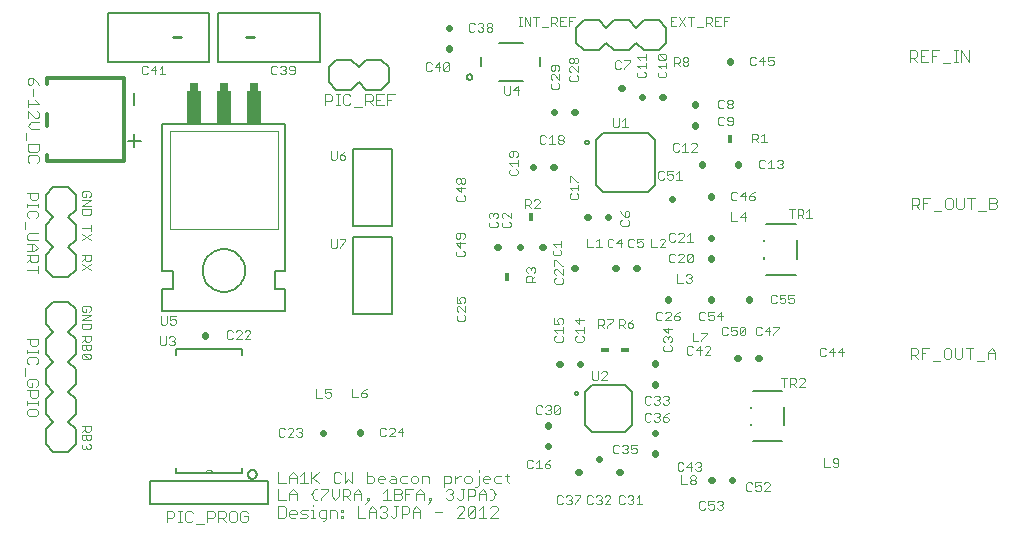
<source format=gto>
G75*
G70*
%OFA0B0*%
%FSLAX24Y24*%
%IPPOS*%
%LPD*%
%AMOC8*
5,1,8,0,0,1.08239X$1,22.5*
%
%ADD10C,0.0030*%
%ADD11C,0.0050*%
%ADD12R,0.0180X0.0300*%
%ADD13C,0.0220*%
%ADD14C,0.0080*%
%ADD15C,0.0060*%
%ADD16C,0.0000*%
%ADD17C,0.0020*%
%ADD18R,0.0300X0.0250*%
%ADD19R,0.0500X0.1100*%
%ADD20C,0.0120*%
%ADD21C,0.0100*%
%ADD22C,0.0040*%
%ADD23R,0.0300X0.0180*%
D10*
X004459Y003276D02*
X004459Y003372D01*
X004508Y003421D01*
X004508Y003522D02*
X004459Y003570D01*
X004459Y003715D01*
X004750Y003715D01*
X004750Y003570D01*
X004701Y003522D01*
X004653Y003522D01*
X004604Y003570D01*
X004604Y003715D01*
X004604Y003817D02*
X004556Y003865D01*
X004556Y004010D01*
X004459Y004010D02*
X004750Y004010D01*
X004750Y003865D01*
X004701Y003817D01*
X004604Y003817D01*
X004556Y003913D02*
X004459Y003817D01*
X004604Y003570D02*
X004556Y003522D01*
X004508Y003522D01*
X004701Y003421D02*
X004750Y003372D01*
X004750Y003276D01*
X004701Y003227D01*
X004653Y003227D01*
X004604Y003276D01*
X004556Y003227D01*
X004508Y003227D01*
X004459Y003276D01*
X004604Y003276D02*
X004604Y003324D01*
X007291Y001179D02*
X007477Y001179D01*
X007538Y001117D01*
X007538Y000994D01*
X007477Y000932D01*
X007291Y000932D01*
X007291Y000809D02*
X007291Y001179D01*
X007660Y001179D02*
X007783Y001179D01*
X007721Y001179D02*
X007721Y000809D01*
X007660Y000809D02*
X007783Y000809D01*
X007905Y000870D02*
X007967Y000809D01*
X008090Y000809D01*
X008152Y000870D01*
X008274Y000747D02*
X008521Y000747D01*
X008642Y000809D02*
X008642Y001179D01*
X008827Y001179D01*
X008889Y001117D01*
X008889Y000994D01*
X008827Y000932D01*
X008642Y000932D01*
X009010Y000932D02*
X009195Y000932D01*
X009257Y000994D01*
X009257Y001117D01*
X009195Y001179D01*
X009010Y001179D01*
X009010Y000809D01*
X009134Y000932D02*
X009257Y000809D01*
X009379Y000870D02*
X009440Y000809D01*
X009564Y000809D01*
X009625Y000870D01*
X009625Y001117D01*
X009564Y001179D01*
X009440Y001179D01*
X009379Y001117D01*
X009379Y000870D01*
X009747Y000870D02*
X009747Y001117D01*
X009809Y001179D01*
X009932Y001179D01*
X009994Y001117D01*
X009994Y000994D02*
X009870Y000994D01*
X009994Y000994D02*
X009994Y000870D01*
X009932Y000809D01*
X009809Y000809D01*
X009747Y000870D01*
X011009Y000953D02*
X011194Y000953D01*
X011256Y001014D01*
X011256Y001261D01*
X011194Y001323D01*
X011009Y001323D01*
X011009Y000953D01*
X011378Y001014D02*
X011378Y001138D01*
X011439Y001199D01*
X011563Y001199D01*
X011624Y001138D01*
X011624Y001076D01*
X011378Y001076D01*
X011378Y001014D02*
X011439Y000953D01*
X011563Y000953D01*
X011746Y000953D02*
X011931Y000953D01*
X011993Y001014D01*
X011931Y001076D01*
X011808Y001076D01*
X011746Y001138D01*
X011808Y001199D01*
X011993Y001199D01*
X012114Y001199D02*
X012176Y001199D01*
X012176Y000953D01*
X012114Y000953D02*
X012238Y000953D01*
X012360Y001014D02*
X012360Y001138D01*
X012421Y001199D01*
X012607Y001199D01*
X012607Y000891D01*
X012545Y000829D01*
X012483Y000829D01*
X012421Y000953D02*
X012607Y000953D01*
X012728Y000953D02*
X012728Y001199D01*
X012913Y001199D01*
X012975Y001138D01*
X012975Y000953D01*
X013096Y000953D02*
X013096Y001014D01*
X013158Y001014D01*
X013158Y000953D01*
X013096Y000953D01*
X013096Y001138D02*
X013096Y001199D01*
X013158Y001199D01*
X013158Y001138D01*
X013096Y001138D01*
X013649Y001323D02*
X013649Y000953D01*
X013896Y000953D01*
X014017Y000953D02*
X014017Y001199D01*
X014141Y001323D01*
X014264Y001199D01*
X014264Y000953D01*
X014385Y001014D02*
X014447Y000953D01*
X014571Y000953D01*
X014632Y001014D01*
X014632Y001076D01*
X014571Y001138D01*
X014509Y001138D01*
X014571Y001138D02*
X014632Y001199D01*
X014632Y001261D01*
X014571Y001323D01*
X014447Y001323D01*
X014385Y001261D01*
X014264Y001138D02*
X014017Y001138D01*
X013894Y001417D02*
X014018Y001540D01*
X013956Y001540D01*
X013956Y001602D01*
X014018Y001602D01*
X014018Y001540D01*
X013773Y001540D02*
X013773Y001787D01*
X013650Y001910D01*
X013526Y001787D01*
X013526Y001540D01*
X013405Y001540D02*
X013281Y001663D01*
X013343Y001663D02*
X013158Y001663D01*
X013036Y001663D02*
X013036Y001910D01*
X013158Y001910D02*
X013343Y001910D01*
X013405Y001849D01*
X013405Y001725D01*
X013343Y001663D01*
X013526Y001725D02*
X013773Y001725D01*
X013956Y002103D02*
X014141Y002103D01*
X014203Y002164D01*
X014203Y002288D01*
X014141Y002349D01*
X013956Y002349D01*
X013956Y002473D02*
X013956Y002103D01*
X014324Y002164D02*
X014324Y002288D01*
X014386Y002349D01*
X014509Y002349D01*
X014571Y002288D01*
X014571Y002226D01*
X014324Y002226D01*
X014324Y002164D02*
X014386Y002103D01*
X014509Y002103D01*
X014692Y002164D02*
X014754Y002226D01*
X014939Y002226D01*
X014939Y002288D02*
X014939Y002103D01*
X014754Y002103D01*
X014692Y002164D01*
X014754Y002349D02*
X014878Y002349D01*
X014939Y002288D01*
X015061Y002288D02*
X015061Y002164D01*
X015122Y002103D01*
X015308Y002103D01*
X015429Y002164D02*
X015491Y002103D01*
X015614Y002103D01*
X015676Y002164D01*
X015676Y002288D01*
X015614Y002349D01*
X015491Y002349D01*
X015429Y002288D01*
X015429Y002164D01*
X015308Y002349D02*
X015122Y002349D01*
X015061Y002288D01*
X015062Y001910D02*
X015123Y001849D01*
X015123Y001787D01*
X015062Y001725D01*
X014877Y001725D01*
X015062Y001725D02*
X015123Y001663D01*
X015123Y001602D01*
X015062Y001540D01*
X014877Y001540D01*
X014877Y001910D01*
X015062Y001910D01*
X015245Y001910D02*
X015492Y001910D01*
X015613Y001787D02*
X015737Y001910D01*
X015860Y001787D01*
X015860Y001540D01*
X015982Y001417D02*
X016105Y001540D01*
X016043Y001540D01*
X016043Y001602D01*
X016105Y001602D01*
X016105Y001540D01*
X015860Y001725D02*
X015613Y001725D01*
X015613Y001787D02*
X015613Y001540D01*
X015614Y001323D02*
X015737Y001199D01*
X015737Y000953D01*
X015737Y001138D02*
X015490Y001138D01*
X015490Y001199D02*
X015614Y001323D01*
X015490Y001199D02*
X015490Y000953D01*
X015307Y001076D02*
X015122Y001076D01*
X015122Y000953D02*
X015122Y001323D01*
X015307Y001323D01*
X015369Y001261D01*
X015369Y001138D01*
X015307Y001076D01*
X014939Y001014D02*
X014939Y001323D01*
X014877Y001323D02*
X015001Y001323D01*
X015245Y001540D02*
X015245Y001910D01*
X015245Y001725D02*
X015368Y001725D01*
X015797Y002103D02*
X015797Y002349D01*
X015983Y002349D01*
X016044Y002288D01*
X016044Y002103D01*
X016534Y002103D02*
X016719Y002103D01*
X016781Y002164D01*
X016781Y002288D01*
X016719Y002349D01*
X016534Y002349D01*
X016534Y001979D01*
X016657Y001910D02*
X016595Y001849D01*
X016657Y001910D02*
X016781Y001910D01*
X016842Y001849D01*
X016842Y001787D01*
X016781Y001725D01*
X016842Y001663D01*
X016842Y001602D01*
X016781Y001540D01*
X016657Y001540D01*
X016595Y001602D01*
X016719Y001725D02*
X016781Y001725D01*
X016964Y001602D02*
X017025Y001540D01*
X017087Y001540D01*
X017149Y001602D01*
X017149Y001910D01*
X017087Y001910D02*
X017211Y001910D01*
X017332Y001910D02*
X017517Y001910D01*
X017579Y001849D01*
X017579Y001725D01*
X017517Y001663D01*
X017332Y001663D01*
X017332Y001540D02*
X017332Y001910D01*
X017271Y002103D02*
X017209Y002164D01*
X017209Y002288D01*
X017271Y002349D01*
X017394Y002349D01*
X017456Y002288D01*
X017456Y002164D01*
X017394Y002103D01*
X017271Y002103D01*
X017087Y002349D02*
X017026Y002349D01*
X016902Y002226D01*
X016902Y002103D02*
X016902Y002349D01*
X017578Y001979D02*
X017639Y001979D01*
X017701Y002041D01*
X017701Y002349D01*
X017701Y002473D02*
X017701Y002535D01*
X017885Y002349D02*
X018008Y002349D01*
X018070Y002288D01*
X018070Y002226D01*
X017823Y002226D01*
X017823Y002164D02*
X017823Y002288D01*
X017885Y002349D01*
X017823Y002164D02*
X017885Y002103D01*
X018008Y002103D01*
X018191Y002164D02*
X018253Y002103D01*
X018438Y002103D01*
X018621Y002164D02*
X018683Y002103D01*
X018621Y002164D02*
X018621Y002411D01*
X018560Y002349D02*
X018683Y002349D01*
X018438Y002349D02*
X018253Y002349D01*
X018191Y002288D01*
X018191Y002164D01*
X018130Y001910D02*
X018192Y001849D01*
X018192Y001787D01*
X018254Y001725D01*
X018192Y001663D01*
X018192Y001602D01*
X018130Y001540D01*
X018069Y001540D01*
X017947Y001540D02*
X017947Y001787D01*
X017824Y001910D01*
X017700Y001787D01*
X017700Y001540D01*
X017700Y001725D02*
X017947Y001725D01*
X018069Y001910D02*
X018130Y001910D01*
X018130Y001323D02*
X018069Y001261D01*
X018130Y001323D02*
X018254Y001323D01*
X018316Y001261D01*
X018316Y001199D01*
X018069Y000953D01*
X018316Y000953D01*
X017947Y000953D02*
X017700Y000953D01*
X017824Y000953D02*
X017824Y001323D01*
X017700Y001199D01*
X017579Y001261D02*
X017332Y001014D01*
X017394Y000953D01*
X017517Y000953D01*
X017579Y001014D01*
X017579Y001261D01*
X017517Y001323D01*
X017394Y001323D01*
X017332Y001261D01*
X017332Y001014D01*
X017211Y000953D02*
X016964Y000953D01*
X017211Y001199D01*
X017211Y001261D01*
X017149Y001323D01*
X017025Y001323D01*
X016964Y001261D01*
X016474Y001138D02*
X016227Y001138D01*
X014939Y001014D02*
X014877Y000953D01*
X014816Y000953D01*
X014754Y001014D01*
X014755Y001540D02*
X014508Y001540D01*
X014632Y001540D02*
X014632Y001910D01*
X014508Y001787D01*
X013466Y002103D02*
X013466Y002473D01*
X013219Y002473D02*
X013219Y002103D01*
X013343Y002226D01*
X013466Y002103D01*
X013158Y001910D02*
X013158Y001540D01*
X013036Y001663D02*
X012913Y001540D01*
X012789Y001663D01*
X012789Y001910D01*
X012668Y001910D02*
X012668Y001849D01*
X012421Y001602D01*
X012421Y001540D01*
X012299Y001540D02*
X012238Y001540D01*
X012176Y001602D01*
X012176Y001663D01*
X012114Y001725D01*
X012176Y001787D01*
X012176Y001849D01*
X012238Y001910D01*
X012299Y001910D01*
X012421Y001910D02*
X012668Y001910D01*
X012913Y002103D02*
X013036Y002103D01*
X013098Y002164D01*
X012913Y002103D02*
X012851Y002164D01*
X012851Y002411D01*
X012913Y002473D01*
X013036Y002473D01*
X013098Y002411D01*
X012361Y002473D02*
X012114Y002226D01*
X012176Y002288D02*
X012361Y002103D01*
X012114Y002103D02*
X012114Y002473D01*
X011869Y002473D02*
X011746Y002349D01*
X011624Y002349D02*
X011624Y002103D01*
X011746Y002103D02*
X011993Y002103D01*
X011869Y002103D02*
X011869Y002473D01*
X011624Y002349D02*
X011501Y002473D01*
X011378Y002349D01*
X011378Y002103D01*
X011256Y002103D02*
X011009Y002103D01*
X011009Y002473D01*
X011378Y002288D02*
X011624Y002288D01*
X011501Y001910D02*
X011624Y001787D01*
X011624Y001540D01*
X011624Y001725D02*
X011378Y001725D01*
X011378Y001787D02*
X011501Y001910D01*
X011378Y001787D02*
X011378Y001540D01*
X011256Y001540D02*
X011009Y001540D01*
X011009Y001910D01*
X012176Y001385D02*
X012176Y001323D01*
X012360Y001014D02*
X012421Y000953D01*
X008152Y001117D02*
X008090Y001179D01*
X007967Y001179D01*
X007905Y001117D01*
X007905Y000870D01*
X011023Y003702D02*
X011072Y003654D01*
X011168Y003654D01*
X011217Y003702D01*
X011318Y003654D02*
X011511Y003847D01*
X011511Y003896D01*
X011463Y003944D01*
X011366Y003944D01*
X011318Y003896D01*
X011217Y003896D02*
X011168Y003944D01*
X011072Y003944D01*
X011023Y003896D01*
X011023Y003702D01*
X011318Y003654D02*
X011511Y003654D01*
X011612Y003702D02*
X011661Y003654D01*
X011758Y003654D01*
X011806Y003702D01*
X011806Y003751D01*
X011758Y003799D01*
X011709Y003799D01*
X011758Y003799D02*
X011806Y003847D01*
X011806Y003896D01*
X011758Y003944D01*
X011661Y003944D01*
X011612Y003896D01*
X012273Y004954D02*
X012467Y004954D01*
X012568Y005002D02*
X012616Y004954D01*
X012713Y004954D01*
X012761Y005002D01*
X012761Y005099D01*
X012713Y005147D01*
X012665Y005147D01*
X012568Y005099D01*
X012568Y005244D01*
X012761Y005244D01*
X012273Y005244D02*
X012273Y004954D01*
X013461Y004960D02*
X013654Y004960D01*
X013755Y005008D02*
X013804Y004960D01*
X013900Y004960D01*
X013949Y005008D01*
X013949Y005057D01*
X013900Y005105D01*
X013755Y005105D01*
X013755Y005008D01*
X013755Y005105D02*
X013852Y005202D01*
X013949Y005250D01*
X013461Y005250D02*
X013461Y004960D01*
X014447Y003951D02*
X014398Y003902D01*
X014398Y003709D01*
X014447Y003660D01*
X014543Y003660D01*
X014592Y003709D01*
X014693Y003660D02*
X014886Y003854D01*
X014886Y003902D01*
X014838Y003951D01*
X014741Y003951D01*
X014693Y003902D01*
X014592Y003902D02*
X014543Y003951D01*
X014447Y003951D01*
X014693Y003660D02*
X014886Y003660D01*
X014987Y003805D02*
X015181Y003805D01*
X015133Y003660D02*
X015133Y003951D01*
X014987Y003805D01*
X019297Y002832D02*
X019297Y002638D01*
X019345Y002590D01*
X019442Y002590D01*
X019490Y002638D01*
X019591Y002590D02*
X019785Y002590D01*
X019688Y002590D02*
X019688Y002880D01*
X019591Y002783D01*
X019490Y002832D02*
X019442Y002880D01*
X019345Y002880D01*
X019297Y002832D01*
X019886Y002735D02*
X020031Y002735D01*
X020080Y002687D01*
X020080Y002638D01*
X020031Y002590D01*
X019934Y002590D01*
X019886Y002638D01*
X019886Y002735D01*
X019983Y002832D01*
X020080Y002880D01*
X020345Y001693D02*
X020297Y001644D01*
X020297Y001451D01*
X020345Y001403D01*
X020442Y001403D01*
X020490Y001451D01*
X020591Y001451D02*
X020640Y001403D01*
X020737Y001403D01*
X020785Y001451D01*
X020785Y001499D01*
X020737Y001548D01*
X020688Y001548D01*
X020737Y001548D02*
X020785Y001596D01*
X020785Y001644D01*
X020737Y001693D01*
X020640Y001693D01*
X020591Y001644D01*
X020490Y001644D02*
X020442Y001693D01*
X020345Y001693D01*
X020886Y001693D02*
X021080Y001693D01*
X021080Y001644D01*
X020886Y001451D01*
X020886Y001403D01*
X021297Y001451D02*
X021297Y001644D01*
X021345Y001693D01*
X021442Y001693D01*
X021490Y001644D01*
X021591Y001644D02*
X021640Y001693D01*
X021737Y001693D01*
X021785Y001644D01*
X021785Y001596D01*
X021737Y001548D01*
X021785Y001499D01*
X021785Y001451D01*
X021737Y001403D01*
X021640Y001403D01*
X021591Y001451D01*
X021490Y001451D02*
X021442Y001403D01*
X021345Y001403D01*
X021297Y001451D01*
X021688Y001548D02*
X021737Y001548D01*
X021886Y001644D02*
X021934Y001693D01*
X022031Y001693D01*
X022080Y001644D01*
X022080Y001596D01*
X021886Y001403D01*
X022080Y001403D01*
X022359Y001451D02*
X022359Y001644D01*
X022408Y001693D01*
X022504Y001693D01*
X022553Y001644D01*
X022654Y001644D02*
X022702Y001693D01*
X022799Y001693D01*
X022847Y001644D01*
X022847Y001596D01*
X022799Y001548D01*
X022847Y001499D01*
X022847Y001451D01*
X022799Y001403D01*
X022702Y001403D01*
X022654Y001451D01*
X022553Y001451D02*
X022504Y001403D01*
X022408Y001403D01*
X022359Y001451D01*
X022751Y001548D02*
X022799Y001548D01*
X022949Y001596D02*
X023045Y001693D01*
X023045Y001403D01*
X022949Y001403D02*
X023142Y001403D01*
X024441Y002072D02*
X024634Y002072D01*
X024735Y002120D02*
X024735Y002169D01*
X024784Y002217D01*
X024880Y002217D01*
X024929Y002169D01*
X024929Y002120D01*
X024880Y002072D01*
X024784Y002072D01*
X024735Y002120D01*
X024784Y002217D02*
X024735Y002265D01*
X024735Y002314D01*
X024784Y002362D01*
X024880Y002362D01*
X024929Y002314D01*
X024929Y002265D01*
X024880Y002217D01*
X024441Y002362D02*
X024441Y002072D01*
X024461Y002509D02*
X024509Y002558D01*
X024461Y002509D02*
X024364Y002509D01*
X024316Y002558D01*
X024316Y002751D01*
X024364Y002800D01*
X024461Y002800D01*
X024509Y002751D01*
X024610Y002655D02*
X024804Y002655D01*
X024905Y002751D02*
X024953Y002800D01*
X025050Y002800D01*
X025098Y002751D01*
X025098Y002703D01*
X025050Y002655D01*
X025098Y002606D01*
X025098Y002558D01*
X025050Y002509D01*
X024953Y002509D01*
X024905Y002558D01*
X025002Y002655D02*
X025050Y002655D01*
X024755Y002800D02*
X024610Y002655D01*
X024755Y002509D02*
X024755Y002800D01*
X022955Y003138D02*
X022906Y003090D01*
X022809Y003090D01*
X022761Y003138D01*
X022761Y003235D02*
X022858Y003283D01*
X022906Y003283D01*
X022955Y003235D01*
X022955Y003138D01*
X022761Y003235D02*
X022761Y003380D01*
X022955Y003380D01*
X022660Y003332D02*
X022660Y003283D01*
X022612Y003235D01*
X022660Y003187D01*
X022660Y003138D01*
X022612Y003090D01*
X022515Y003090D01*
X022466Y003138D01*
X022365Y003138D02*
X022317Y003090D01*
X022220Y003090D01*
X022172Y003138D01*
X022172Y003332D01*
X022220Y003380D01*
X022317Y003380D01*
X022365Y003332D01*
X022466Y003332D02*
X022515Y003380D01*
X022612Y003380D01*
X022660Y003332D01*
X022612Y003235D02*
X022563Y003235D01*
X023283Y004153D02*
X023379Y004153D01*
X023428Y004201D01*
X023529Y004201D02*
X023577Y004153D01*
X023674Y004153D01*
X023722Y004201D01*
X023722Y004249D01*
X023674Y004298D01*
X023626Y004298D01*
X023674Y004298D02*
X023722Y004346D01*
X023722Y004394D01*
X023674Y004443D01*
X023577Y004443D01*
X023529Y004394D01*
X023428Y004394D02*
X023379Y004443D01*
X023283Y004443D01*
X023234Y004394D01*
X023234Y004201D01*
X023283Y004153D01*
X023824Y004201D02*
X023872Y004153D01*
X023969Y004153D01*
X024017Y004201D01*
X024017Y004249D01*
X023969Y004298D01*
X023824Y004298D01*
X023824Y004201D01*
X023824Y004298D02*
X023920Y004394D01*
X024017Y004443D01*
X023969Y004715D02*
X023872Y004715D01*
X023824Y004763D01*
X023722Y004763D02*
X023674Y004715D01*
X023577Y004715D01*
X023529Y004763D01*
X023428Y004763D02*
X023379Y004715D01*
X023283Y004715D01*
X023234Y004763D01*
X023234Y004957D01*
X023283Y005005D01*
X023379Y005005D01*
X023428Y004957D01*
X023529Y004957D02*
X023577Y005005D01*
X023674Y005005D01*
X023722Y004957D01*
X023722Y004908D01*
X023674Y004860D01*
X023722Y004812D01*
X023722Y004763D01*
X023674Y004860D02*
X023626Y004860D01*
X023824Y004957D02*
X023872Y005005D01*
X023969Y005005D01*
X024017Y004957D01*
X024017Y004908D01*
X023969Y004860D01*
X024017Y004812D01*
X024017Y004763D01*
X023969Y004715D01*
X023969Y004860D02*
X023920Y004860D01*
X021963Y005534D02*
X021770Y005534D01*
X021963Y005727D01*
X021963Y005775D01*
X021915Y005824D01*
X021818Y005824D01*
X021770Y005775D01*
X021669Y005824D02*
X021669Y005582D01*
X021620Y005534D01*
X021523Y005534D01*
X021475Y005582D01*
X021475Y005824D01*
X021143Y006815D02*
X021192Y006863D01*
X021192Y006960D01*
X021143Y007008D01*
X021192Y007110D02*
X021192Y007303D01*
X021192Y007206D02*
X020902Y007206D01*
X020998Y007110D01*
X020950Y007008D02*
X020902Y006960D01*
X020902Y006863D01*
X020950Y006815D01*
X021143Y006815D01*
X020504Y006863D02*
X020504Y006960D01*
X020456Y007008D01*
X020504Y007110D02*
X020504Y007303D01*
X020504Y007206D02*
X020214Y007206D01*
X020311Y007110D01*
X020262Y007008D02*
X020214Y006960D01*
X020214Y006863D01*
X020262Y006815D01*
X020456Y006815D01*
X020504Y006863D01*
X020456Y007404D02*
X020504Y007453D01*
X020504Y007549D01*
X020456Y007598D01*
X020359Y007598D01*
X020311Y007549D01*
X020311Y007501D01*
X020359Y007404D01*
X020214Y007404D01*
X020214Y007598D01*
X020902Y007549D02*
X021047Y007404D01*
X021047Y007598D01*
X021192Y007549D02*
X020902Y007549D01*
X021672Y007568D02*
X021672Y007278D01*
X021672Y007374D02*
X021817Y007374D01*
X021865Y007423D01*
X021865Y007519D01*
X021817Y007568D01*
X021672Y007568D01*
X021769Y007374D02*
X021865Y007278D01*
X021966Y007278D02*
X021966Y007326D01*
X022160Y007519D01*
X022160Y007568D01*
X021966Y007568D01*
X022359Y007568D02*
X022504Y007568D01*
X022553Y007519D01*
X022553Y007423D01*
X022504Y007374D01*
X022359Y007374D01*
X022359Y007278D02*
X022359Y007568D01*
X022456Y007374D02*
X022553Y007278D01*
X022654Y007326D02*
X022702Y007278D01*
X022799Y007278D01*
X022847Y007326D01*
X022847Y007374D01*
X022799Y007423D01*
X022654Y007423D01*
X022654Y007326D01*
X022654Y007423D02*
X022751Y007519D01*
X022847Y007568D01*
X023609Y007576D02*
X023658Y007528D01*
X023754Y007528D01*
X023803Y007576D01*
X023904Y007528D02*
X024097Y007721D01*
X024097Y007769D01*
X024049Y007818D01*
X023952Y007818D01*
X023904Y007769D01*
X023803Y007769D02*
X023754Y007818D01*
X023658Y007818D01*
X023609Y007769D01*
X023609Y007576D01*
X023904Y007528D02*
X024097Y007528D01*
X024199Y007576D02*
X024247Y007528D01*
X024344Y007528D01*
X024392Y007576D01*
X024392Y007624D01*
X024344Y007673D01*
X024199Y007673D01*
X024199Y007576D01*
X024199Y007673D02*
X024295Y007769D01*
X024392Y007818D01*
X025047Y007769D02*
X025047Y007576D01*
X025095Y007528D01*
X025192Y007528D01*
X025240Y007576D01*
X025341Y007576D02*
X025390Y007528D01*
X025487Y007528D01*
X025535Y007576D01*
X025535Y007673D01*
X025487Y007721D01*
X025438Y007721D01*
X025341Y007673D01*
X025341Y007818D01*
X025535Y007818D01*
X025636Y007673D02*
X025830Y007673D01*
X025781Y007528D02*
X025781Y007818D01*
X025636Y007673D01*
X025240Y007769D02*
X025192Y007818D01*
X025095Y007818D01*
X025047Y007769D01*
X025797Y007269D02*
X025797Y007076D01*
X025845Y007028D01*
X025942Y007028D01*
X025990Y007076D01*
X026091Y007076D02*
X026140Y007028D01*
X026237Y007028D01*
X026285Y007076D01*
X026285Y007173D01*
X026237Y007221D01*
X026188Y007221D01*
X026091Y007173D01*
X026091Y007318D01*
X026285Y007318D01*
X026386Y007269D02*
X026434Y007318D01*
X026531Y007318D01*
X026580Y007269D01*
X026386Y007076D01*
X026434Y007028D01*
X026531Y007028D01*
X026580Y007076D01*
X026580Y007269D01*
X026386Y007269D02*
X026386Y007076D01*
X025990Y007269D02*
X025942Y007318D01*
X025845Y007318D01*
X025797Y007269D01*
X025304Y007112D02*
X025304Y007064D01*
X025110Y006870D01*
X025110Y006822D01*
X025009Y006822D02*
X024816Y006822D01*
X024816Y007112D01*
X025110Y007112D02*
X025304Y007112D01*
X025266Y006675D02*
X025217Y006626D01*
X025266Y006675D02*
X025362Y006675D01*
X025411Y006626D01*
X025411Y006578D01*
X025217Y006384D01*
X025411Y006384D01*
X025116Y006530D02*
X024923Y006530D01*
X025068Y006675D01*
X025068Y006384D01*
X024822Y006433D02*
X024773Y006384D01*
X024676Y006384D01*
X024628Y006433D01*
X024628Y006626D01*
X024676Y006675D01*
X024773Y006675D01*
X024822Y006626D01*
X024129Y006648D02*
X024129Y006551D01*
X024081Y006503D01*
X023887Y006503D01*
X023839Y006551D01*
X023839Y006648D01*
X023887Y006696D01*
X023887Y006797D02*
X023839Y006846D01*
X023839Y006942D01*
X023887Y006991D01*
X023936Y006991D01*
X023984Y006942D01*
X024033Y006991D01*
X024081Y006991D01*
X024129Y006942D01*
X024129Y006846D01*
X024081Y006797D01*
X024081Y006696D02*
X024129Y006648D01*
X023984Y006894D02*
X023984Y006942D01*
X023984Y007092D02*
X023984Y007285D01*
X023839Y007237D02*
X023984Y007092D01*
X024129Y007237D02*
X023839Y007237D01*
X024297Y008778D02*
X024490Y008778D01*
X024591Y008826D02*
X024640Y008778D01*
X024737Y008778D01*
X024785Y008826D01*
X024785Y008874D01*
X024737Y008923D01*
X024688Y008923D01*
X024737Y008923D02*
X024785Y008971D01*
X024785Y009019D01*
X024737Y009068D01*
X024640Y009068D01*
X024591Y009019D01*
X024297Y009068D02*
X024297Y008778D01*
X024341Y009465D02*
X024535Y009658D01*
X024535Y009707D01*
X024487Y009755D01*
X024390Y009755D01*
X024341Y009707D01*
X024240Y009707D02*
X024192Y009755D01*
X024095Y009755D01*
X024047Y009707D01*
X024047Y009513D01*
X024095Y009465D01*
X024192Y009465D01*
X024240Y009513D01*
X024341Y009465D02*
X024535Y009465D01*
X024636Y009513D02*
X024830Y009707D01*
X024830Y009513D01*
X024781Y009465D01*
X024684Y009465D01*
X024636Y009513D01*
X024636Y009707D01*
X024684Y009755D01*
X024781Y009755D01*
X024830Y009707D01*
X024830Y010153D02*
X024636Y010153D01*
X024733Y010153D02*
X024733Y010443D01*
X024636Y010346D01*
X024535Y010346D02*
X024535Y010394D01*
X024487Y010443D01*
X024390Y010443D01*
X024341Y010394D01*
X024240Y010394D02*
X024192Y010443D01*
X024095Y010443D01*
X024047Y010394D01*
X024047Y010201D01*
X024095Y010153D01*
X024192Y010153D01*
X024240Y010201D01*
X024341Y010153D02*
X024535Y010346D01*
X024535Y010153D02*
X024341Y010153D01*
X023910Y010158D02*
X023716Y009965D01*
X023910Y009965D01*
X023910Y010158D02*
X023910Y010207D01*
X023862Y010255D01*
X023765Y010255D01*
X023716Y010207D01*
X023615Y009965D02*
X023422Y009965D01*
X023422Y010255D01*
X023160Y010255D02*
X022966Y010255D01*
X022966Y010110D01*
X023063Y010158D01*
X023112Y010158D01*
X023160Y010110D01*
X023160Y010013D01*
X023112Y009965D01*
X023015Y009965D01*
X022966Y010013D01*
X022865Y010013D02*
X022817Y009965D01*
X022720Y009965D01*
X022672Y010013D01*
X022672Y010207D01*
X022720Y010255D01*
X022817Y010255D01*
X022865Y010207D01*
X022472Y010110D02*
X022279Y010110D01*
X022424Y010255D01*
X022424Y009965D01*
X022178Y010013D02*
X022129Y009965D01*
X022033Y009965D01*
X021984Y010013D01*
X021984Y010207D01*
X022033Y010255D01*
X022129Y010255D01*
X022178Y010207D01*
X021785Y009965D02*
X021591Y009965D01*
X021688Y009965D02*
X021688Y010255D01*
X021591Y010158D01*
X021490Y009965D02*
X021297Y009965D01*
X021297Y010255D01*
X020442Y010178D02*
X020442Y009985D01*
X020442Y010081D02*
X020152Y010081D01*
X020248Y009985D01*
X020200Y009883D02*
X020152Y009835D01*
X020152Y009738D01*
X020200Y009690D01*
X020393Y009690D01*
X020442Y009738D01*
X020442Y009835D01*
X020393Y009883D01*
X020262Y009535D02*
X020456Y009342D01*
X020504Y009342D01*
X020504Y009241D02*
X020504Y009047D01*
X020311Y009241D01*
X020262Y009241D01*
X020214Y009192D01*
X020214Y009096D01*
X020262Y009047D01*
X020262Y008946D02*
X020214Y008898D01*
X020214Y008801D01*
X020262Y008753D01*
X020456Y008753D01*
X020504Y008801D01*
X020504Y008898D01*
X020456Y008946D01*
X020214Y009342D02*
X020214Y009535D01*
X020262Y009535D01*
X019567Y009255D02*
X019567Y009158D01*
X019518Y009110D01*
X019567Y009008D02*
X019470Y008912D01*
X019470Y008960D02*
X019470Y008815D01*
X019567Y008815D02*
X019277Y008815D01*
X019277Y008960D01*
X019325Y009008D01*
X019422Y009008D01*
X019470Y008960D01*
X019325Y009110D02*
X019277Y009158D01*
X019277Y009255D01*
X019325Y009303D01*
X019373Y009303D01*
X019422Y009255D01*
X019470Y009303D01*
X019518Y009303D01*
X019567Y009255D01*
X019422Y009255D02*
X019422Y009206D01*
X018706Y010628D02*
X018754Y010676D01*
X018754Y010773D01*
X018706Y010821D01*
X018754Y010922D02*
X018561Y011116D01*
X018512Y011116D01*
X018464Y011067D01*
X018464Y010971D01*
X018512Y010922D01*
X018512Y010821D02*
X018464Y010773D01*
X018464Y010676D01*
X018512Y010628D01*
X018706Y010628D01*
X018317Y010676D02*
X018317Y010773D01*
X018268Y010821D01*
X018268Y010922D02*
X018317Y010971D01*
X018317Y011067D01*
X018268Y011116D01*
X018220Y011116D01*
X018172Y011067D01*
X018172Y011019D01*
X018172Y011067D02*
X018123Y011116D01*
X018075Y011116D01*
X018027Y011067D01*
X018027Y010971D01*
X018075Y010922D01*
X018075Y010821D02*
X018027Y010773D01*
X018027Y010676D01*
X018075Y010628D01*
X018268Y010628D01*
X018317Y010676D01*
X018754Y010922D02*
X018754Y011116D01*
X019234Y011278D02*
X019234Y011568D01*
X019379Y011568D01*
X019428Y011519D01*
X019428Y011423D01*
X019379Y011374D01*
X019234Y011374D01*
X019331Y011374D02*
X019428Y011278D01*
X019529Y011278D02*
X019722Y011471D01*
X019722Y011519D01*
X019674Y011568D01*
X019577Y011568D01*
X019529Y011519D01*
X019529Y011278D02*
X019722Y011278D01*
X020715Y011611D02*
X020763Y011563D01*
X020957Y011563D01*
X021005Y011611D01*
X021005Y011708D01*
X020957Y011756D01*
X021005Y011857D02*
X021005Y012051D01*
X021005Y011954D02*
X020715Y011954D01*
X020812Y011857D01*
X020763Y011756D02*
X020715Y011708D01*
X020715Y011611D01*
X020715Y012152D02*
X020715Y012345D01*
X020763Y012345D01*
X020957Y012152D01*
X021005Y012152D01*
X022409Y011176D02*
X022457Y011079D01*
X022554Y010982D01*
X022554Y011127D01*
X022602Y011176D01*
X022651Y011176D01*
X022699Y011127D01*
X022699Y011031D01*
X022651Y010982D01*
X022554Y010982D01*
X022457Y010881D02*
X022409Y010833D01*
X022409Y010736D01*
X022457Y010688D01*
X022651Y010688D01*
X022699Y010736D01*
X022699Y010833D01*
X022651Y010881D01*
X023720Y012215D02*
X023817Y012215D01*
X023865Y012263D01*
X023966Y012263D02*
X024015Y012215D01*
X024112Y012215D01*
X024160Y012263D01*
X024160Y012360D01*
X024112Y012408D01*
X024063Y012408D01*
X023966Y012360D01*
X023966Y012505D01*
X024160Y012505D01*
X024261Y012408D02*
X024358Y012505D01*
X024358Y012215D01*
X024261Y012215D02*
X024455Y012215D01*
X023865Y012457D02*
X023817Y012505D01*
X023720Y012505D01*
X023672Y012457D01*
X023672Y012263D01*
X023720Y012215D01*
X024220Y013153D02*
X024317Y013153D01*
X024365Y013201D01*
X024466Y013153D02*
X024660Y013153D01*
X024563Y013153D02*
X024563Y013443D01*
X024466Y013346D01*
X024365Y013394D02*
X024317Y013443D01*
X024220Y013443D01*
X024172Y013394D01*
X024172Y013201D01*
X024220Y013153D01*
X024761Y013153D02*
X024955Y013346D01*
X024955Y013394D01*
X024906Y013443D01*
X024809Y013443D01*
X024761Y013394D01*
X024761Y013153D02*
X024955Y013153D01*
X025720Y014028D02*
X025817Y014028D01*
X025865Y014076D01*
X025966Y014076D02*
X026015Y014028D01*
X026112Y014028D01*
X026160Y014076D01*
X026160Y014269D01*
X026112Y014318D01*
X026015Y014318D01*
X025966Y014269D01*
X025966Y014221D01*
X026015Y014173D01*
X026160Y014173D01*
X025865Y014269D02*
X025817Y014318D01*
X025720Y014318D01*
X025672Y014269D01*
X025672Y014076D01*
X025720Y014028D01*
X025720Y014590D02*
X025817Y014590D01*
X025865Y014638D01*
X025966Y014638D02*
X025966Y014687D01*
X026015Y014735D01*
X026112Y014735D01*
X026160Y014687D01*
X026160Y014638D01*
X026112Y014590D01*
X026015Y014590D01*
X025966Y014638D01*
X026015Y014735D02*
X025966Y014783D01*
X025966Y014832D01*
X026015Y014880D01*
X026112Y014880D01*
X026160Y014832D01*
X026160Y014783D01*
X026112Y014735D01*
X025865Y014832D02*
X025817Y014880D01*
X025720Y014880D01*
X025672Y014832D01*
X025672Y014638D01*
X025720Y014590D01*
X026797Y013755D02*
X026942Y013755D01*
X026990Y013707D01*
X026990Y013610D01*
X026942Y013562D01*
X026797Y013562D01*
X026894Y013562D02*
X026990Y013465D01*
X027091Y013465D02*
X027285Y013465D01*
X027188Y013465D02*
X027188Y013755D01*
X027091Y013658D01*
X026797Y013755D02*
X026797Y013465D01*
X027095Y012880D02*
X027047Y012832D01*
X027047Y012638D01*
X027095Y012590D01*
X027192Y012590D01*
X027240Y012638D01*
X027341Y012590D02*
X027535Y012590D01*
X027438Y012590D02*
X027438Y012880D01*
X027341Y012783D01*
X027240Y012832D02*
X027192Y012880D01*
X027095Y012880D01*
X027636Y012832D02*
X027684Y012880D01*
X027781Y012880D01*
X027830Y012832D01*
X027830Y012783D01*
X027781Y012735D01*
X027830Y012687D01*
X027830Y012638D01*
X027781Y012590D01*
X027684Y012590D01*
X027636Y012638D01*
X027733Y012735D02*
X027781Y012735D01*
X026892Y011818D02*
X026795Y011769D01*
X026699Y011673D01*
X026844Y011673D01*
X026892Y011624D01*
X026892Y011576D01*
X026844Y011528D01*
X026747Y011528D01*
X026699Y011576D01*
X026699Y011673D01*
X026597Y011673D02*
X026404Y011673D01*
X026549Y011818D01*
X026549Y011528D01*
X026303Y011576D02*
X026254Y011528D01*
X026158Y011528D01*
X026109Y011576D01*
X026109Y011769D01*
X026158Y011818D01*
X026254Y011818D01*
X026303Y011769D01*
X026109Y011130D02*
X026109Y010840D01*
X026303Y010840D01*
X026404Y010985D02*
X026597Y010985D01*
X026549Y010840D02*
X026549Y011130D01*
X026404Y010985D01*
X028024Y011231D02*
X028217Y011231D01*
X028120Y011231D02*
X028120Y010941D01*
X028318Y010941D02*
X028318Y011231D01*
X028464Y011231D01*
X028512Y011183D01*
X028512Y011086D01*
X028464Y011038D01*
X028318Y011038D01*
X028415Y011038D02*
X028512Y010941D01*
X028613Y010941D02*
X028807Y010941D01*
X028710Y010941D02*
X028710Y011231D01*
X028613Y011135D01*
X032130Y011237D02*
X032130Y011608D01*
X032315Y011608D01*
X032377Y011546D01*
X032377Y011423D01*
X032315Y011361D01*
X032130Y011361D01*
X032253Y011361D02*
X032377Y011237D01*
X032498Y011237D02*
X032498Y011608D01*
X032745Y011608D01*
X032622Y011423D02*
X032498Y011423D01*
X032867Y011176D02*
X033114Y011176D01*
X033235Y011299D02*
X033297Y011237D01*
X033420Y011237D01*
X033482Y011299D01*
X033482Y011546D01*
X033420Y011608D01*
X033297Y011608D01*
X033235Y011546D01*
X033235Y011299D01*
X033603Y011299D02*
X033665Y011237D01*
X033788Y011237D01*
X033850Y011299D01*
X033850Y011608D01*
X033972Y011608D02*
X034218Y011608D01*
X034095Y011608D02*
X034095Y011237D01*
X034340Y011176D02*
X034587Y011176D01*
X034708Y011237D02*
X034893Y011237D01*
X034955Y011299D01*
X034955Y011361D01*
X034893Y011423D01*
X034708Y011423D01*
X034708Y011608D02*
X034708Y011237D01*
X034893Y011423D02*
X034955Y011484D01*
X034955Y011546D01*
X034893Y011608D01*
X034708Y011608D01*
X033603Y011608D02*
X033603Y011299D01*
X028205Y008380D02*
X028011Y008380D01*
X028011Y008235D01*
X028108Y008283D01*
X028156Y008283D01*
X028205Y008235D01*
X028205Y008138D01*
X028156Y008090D01*
X028059Y008090D01*
X028011Y008138D01*
X027910Y008138D02*
X027862Y008090D01*
X027765Y008090D01*
X027716Y008138D01*
X027716Y008235D02*
X027813Y008283D01*
X027862Y008283D01*
X027910Y008235D01*
X027910Y008138D01*
X027716Y008235D02*
X027716Y008380D01*
X027910Y008380D01*
X027615Y008332D02*
X027567Y008380D01*
X027470Y008380D01*
X027422Y008332D01*
X027422Y008138D01*
X027470Y008090D01*
X027567Y008090D01*
X027615Y008138D01*
X027705Y007318D02*
X027511Y007318D01*
X027362Y007318D02*
X027216Y007173D01*
X027410Y007173D01*
X027511Y007076D02*
X027511Y007028D01*
X027511Y007076D02*
X027705Y007269D01*
X027705Y007318D01*
X027362Y007318D02*
X027362Y007028D01*
X027115Y007076D02*
X027067Y007028D01*
X026970Y007028D01*
X026922Y007076D01*
X026922Y007269D01*
X026970Y007318D01*
X027067Y007318D01*
X027115Y007269D01*
X029066Y006564D02*
X029066Y006370D01*
X029114Y006322D01*
X029211Y006322D01*
X029259Y006370D01*
X029360Y006467D02*
X029554Y006467D01*
X029655Y006467D02*
X029800Y006612D01*
X029800Y006322D01*
X029848Y006467D02*
X029655Y006467D01*
X029505Y006322D02*
X029505Y006612D01*
X029360Y006467D01*
X029259Y006564D02*
X029211Y006612D01*
X029114Y006612D01*
X029066Y006564D01*
X028508Y005606D02*
X028411Y005606D01*
X028363Y005558D01*
X028262Y005558D02*
X028262Y005461D01*
X028214Y005413D01*
X028068Y005413D01*
X028068Y005316D02*
X028068Y005606D01*
X028214Y005606D01*
X028262Y005558D01*
X028165Y005413D02*
X028262Y005316D01*
X028363Y005316D02*
X028557Y005510D01*
X028557Y005558D01*
X028508Y005606D01*
X028557Y005316D02*
X028363Y005316D01*
X027967Y005606D02*
X027774Y005606D01*
X027870Y005606D02*
X027870Y005316D01*
X032084Y006237D02*
X032084Y006608D01*
X032269Y006608D01*
X032331Y006546D01*
X032331Y006423D01*
X032269Y006361D01*
X032084Y006361D01*
X032207Y006361D02*
X032331Y006237D01*
X032452Y006237D02*
X032452Y006608D01*
X032699Y006608D01*
X032576Y006423D02*
X032452Y006423D01*
X032820Y006176D02*
X033067Y006176D01*
X033189Y006299D02*
X033250Y006237D01*
X033374Y006237D01*
X033436Y006299D01*
X033436Y006546D01*
X033374Y006608D01*
X033250Y006608D01*
X033189Y006546D01*
X033189Y006299D01*
X033557Y006299D02*
X033619Y006237D01*
X033742Y006237D01*
X033804Y006299D01*
X033804Y006608D01*
X033925Y006608D02*
X034172Y006608D01*
X034049Y006608D02*
X034049Y006237D01*
X034294Y006176D02*
X034541Y006176D01*
X034662Y006237D02*
X034662Y006484D01*
X034785Y006608D01*
X034909Y006484D01*
X034909Y006237D01*
X034909Y006423D02*
X034662Y006423D01*
X033557Y006299D02*
X033557Y006608D01*
X029679Y002876D02*
X029630Y002925D01*
X029534Y002925D01*
X029485Y002876D01*
X029485Y002828D01*
X029534Y002780D01*
X029679Y002780D01*
X029679Y002876D02*
X029679Y002683D01*
X029630Y002634D01*
X029534Y002634D01*
X029485Y002683D01*
X029384Y002634D02*
X029191Y002634D01*
X029191Y002925D01*
X027392Y002082D02*
X027392Y002033D01*
X027199Y001840D01*
X027392Y001840D01*
X027097Y001888D02*
X027049Y001840D01*
X026952Y001840D01*
X026904Y001888D01*
X026904Y001985D02*
X027001Y002033D01*
X027049Y002033D01*
X027097Y001985D01*
X027097Y001888D01*
X026904Y001985D02*
X026904Y002130D01*
X027097Y002130D01*
X027199Y002082D02*
X027247Y002130D01*
X027344Y002130D01*
X027392Y002082D01*
X026803Y002082D02*
X026754Y002130D01*
X026658Y002130D01*
X026609Y002082D01*
X026609Y001888D01*
X026658Y001840D01*
X026754Y001840D01*
X026803Y001888D01*
X025830Y001457D02*
X025781Y001505D01*
X025684Y001505D01*
X025636Y001457D01*
X025535Y001505D02*
X025341Y001505D01*
X025341Y001360D01*
X025438Y001408D01*
X025487Y001408D01*
X025535Y001360D01*
X025535Y001263D01*
X025487Y001215D01*
X025390Y001215D01*
X025341Y001263D01*
X025240Y001263D02*
X025192Y001215D01*
X025095Y001215D01*
X025047Y001263D01*
X025047Y001457D01*
X025095Y001505D01*
X025192Y001505D01*
X025240Y001457D01*
X025636Y001263D02*
X025684Y001215D01*
X025781Y001215D01*
X025830Y001263D01*
X025830Y001312D01*
X025781Y001360D01*
X025733Y001360D01*
X025781Y001360D02*
X025830Y001408D01*
X025830Y001457D01*
X020392Y004451D02*
X020344Y004403D01*
X020247Y004403D01*
X020199Y004451D01*
X020392Y004644D01*
X020392Y004451D01*
X020392Y004644D02*
X020344Y004693D01*
X020247Y004693D01*
X020199Y004644D01*
X020199Y004451D01*
X020097Y004451D02*
X020097Y004499D01*
X020049Y004548D01*
X020001Y004548D01*
X020049Y004548D02*
X020097Y004596D01*
X020097Y004644D01*
X020049Y004693D01*
X019952Y004693D01*
X019904Y004644D01*
X019803Y004644D02*
X019754Y004693D01*
X019658Y004693D01*
X019609Y004644D01*
X019609Y004451D01*
X019658Y004403D01*
X019754Y004403D01*
X019803Y004451D01*
X019904Y004451D02*
X019952Y004403D01*
X020049Y004403D01*
X020097Y004451D01*
X017191Y007518D02*
X017240Y007566D01*
X017240Y007663D01*
X017191Y007711D01*
X017240Y007813D02*
X017046Y008006D01*
X016998Y008006D01*
X016950Y007958D01*
X016950Y007861D01*
X016998Y007813D01*
X016998Y007711D02*
X016950Y007663D01*
X016950Y007566D01*
X016998Y007518D01*
X017191Y007518D01*
X017240Y007813D02*
X017240Y008006D01*
X017191Y008107D02*
X017240Y008156D01*
X017240Y008252D01*
X017191Y008301D01*
X017095Y008301D01*
X017046Y008252D01*
X017046Y008204D01*
X017095Y008107D01*
X016950Y008107D01*
X016950Y008301D01*
X016981Y009660D02*
X016932Y009708D01*
X016932Y009805D01*
X016981Y009854D01*
X017077Y009955D02*
X016932Y010100D01*
X017223Y010100D01*
X017077Y010148D02*
X017077Y009955D01*
X017174Y009854D02*
X017223Y009805D01*
X017223Y009708D01*
X017174Y009660D01*
X016981Y009660D01*
X016981Y010249D02*
X016932Y010298D01*
X016932Y010395D01*
X016981Y010443D01*
X017174Y010443D01*
X017223Y010395D01*
X017223Y010298D01*
X017174Y010249D01*
X017077Y010298D02*
X017077Y010443D01*
X017077Y010298D02*
X017029Y010249D01*
X016981Y010249D01*
X016991Y011498D02*
X017185Y011498D01*
X017233Y011546D01*
X017233Y011643D01*
X017185Y011691D01*
X017088Y011792D02*
X017088Y011986D01*
X017136Y012087D02*
X017088Y012135D01*
X017088Y012232D01*
X017136Y012280D01*
X017185Y012280D01*
X017233Y012232D01*
X017233Y012135D01*
X017185Y012087D01*
X017136Y012087D01*
X017088Y012135D02*
X017039Y012087D01*
X016991Y012087D01*
X016943Y012135D01*
X016943Y012232D01*
X016991Y012280D01*
X017039Y012280D01*
X017088Y012232D01*
X017233Y011937D02*
X016943Y011937D01*
X017088Y011792D01*
X016991Y011691D02*
X016943Y011643D01*
X016943Y011546D01*
X016991Y011498D01*
X018702Y012423D02*
X018751Y012375D01*
X018944Y012375D01*
X018992Y012423D01*
X018992Y012520D01*
X018944Y012569D01*
X018992Y012670D02*
X018992Y012863D01*
X018992Y012766D02*
X018702Y012766D01*
X018799Y012670D01*
X018751Y012569D02*
X018702Y012520D01*
X018702Y012423D01*
X018751Y012964D02*
X018702Y013013D01*
X018702Y013109D01*
X018751Y013158D01*
X018944Y013158D01*
X018992Y013109D01*
X018992Y013013D01*
X018944Y012964D01*
X018847Y013013D02*
X018847Y013158D01*
X018847Y013013D02*
X018799Y012964D01*
X018751Y012964D01*
X019732Y013456D02*
X019780Y013408D01*
X019877Y013408D01*
X019925Y013456D01*
X020026Y013408D02*
X020220Y013408D01*
X020123Y013408D02*
X020123Y013698D01*
X020026Y013601D01*
X019925Y013650D02*
X019877Y013698D01*
X019780Y013698D01*
X019732Y013650D01*
X019732Y013456D01*
X020321Y013456D02*
X020321Y013505D01*
X020369Y013553D01*
X020466Y013553D01*
X020515Y013505D01*
X020515Y013456D01*
X020466Y013408D01*
X020369Y013408D01*
X020321Y013456D01*
X020369Y013553D02*
X020321Y013601D01*
X020321Y013650D01*
X020369Y013698D01*
X020466Y013698D01*
X020515Y013650D01*
X020515Y013601D01*
X020466Y013553D01*
X022163Y014019D02*
X022211Y013971D01*
X022308Y013971D01*
X022356Y014019D01*
X022356Y014261D01*
X022457Y014165D02*
X022554Y014261D01*
X022554Y013971D01*
X022457Y013971D02*
X022651Y013971D01*
X022163Y014019D02*
X022163Y014261D01*
X020379Y015301D02*
X020379Y015398D01*
X020331Y015446D01*
X020379Y015547D02*
X020186Y015741D01*
X020137Y015741D01*
X020089Y015692D01*
X020089Y015596D01*
X020137Y015547D01*
X020137Y015446D02*
X020089Y015398D01*
X020089Y015301D01*
X020137Y015253D01*
X020331Y015253D01*
X020379Y015301D01*
X020379Y015547D02*
X020379Y015741D01*
X020331Y015842D02*
X020379Y015890D01*
X020379Y015987D01*
X020331Y016035D01*
X020137Y016035D01*
X020089Y015987D01*
X020089Y015890D01*
X020137Y015842D01*
X020186Y015842D01*
X020234Y015890D01*
X020234Y016035D01*
X020714Y015942D02*
X020714Y015846D01*
X020762Y015797D01*
X020762Y015696D02*
X020714Y015648D01*
X020714Y015551D01*
X020762Y015503D01*
X020956Y015503D01*
X021004Y015551D01*
X021004Y015648D01*
X020956Y015696D01*
X021004Y015797D02*
X020811Y015991D01*
X020762Y015991D01*
X020714Y015942D01*
X020762Y016092D02*
X020811Y016092D01*
X020859Y016140D01*
X020859Y016237D01*
X020908Y016285D01*
X020956Y016285D01*
X021004Y016237D01*
X021004Y016140D01*
X020956Y016092D01*
X020908Y016092D01*
X020859Y016140D01*
X020859Y016237D02*
X020811Y016285D01*
X020762Y016285D01*
X020714Y016237D01*
X020714Y016140D01*
X020762Y016092D01*
X021004Y015991D02*
X021004Y015797D01*
X022234Y015951D02*
X022283Y015903D01*
X022379Y015903D01*
X022428Y015951D01*
X022529Y015951D02*
X022529Y015903D01*
X022529Y015951D02*
X022722Y016144D01*
X022722Y016193D01*
X022529Y016193D01*
X022428Y016144D02*
X022379Y016193D01*
X022283Y016193D01*
X022234Y016144D01*
X022234Y015951D01*
X022964Y016019D02*
X023061Y015922D01*
X023012Y015821D02*
X022964Y015773D01*
X022964Y015676D01*
X023012Y015628D01*
X023206Y015628D01*
X023254Y015676D01*
X023254Y015773D01*
X023206Y015821D01*
X023254Y015922D02*
X023254Y016116D01*
X023254Y016019D02*
X022964Y016019D01*
X023061Y016217D02*
X022964Y016314D01*
X023254Y016314D01*
X023254Y016410D02*
X023254Y016217D01*
X023652Y016265D02*
X023652Y016362D01*
X023700Y016410D01*
X023893Y016217D01*
X023942Y016265D01*
X023942Y016362D01*
X023893Y016410D01*
X023700Y016410D01*
X023652Y016265D02*
X023700Y016217D01*
X023893Y016217D01*
X023942Y016116D02*
X023942Y015922D01*
X023942Y016019D02*
X023652Y016019D01*
X023748Y015922D01*
X023700Y015821D02*
X023652Y015773D01*
X023652Y015676D01*
X023700Y015628D01*
X023893Y015628D01*
X023942Y015676D01*
X023942Y015773D01*
X023893Y015821D01*
X024191Y016009D02*
X024191Y016300D01*
X024336Y016300D01*
X024384Y016251D01*
X024384Y016155D01*
X024336Y016106D01*
X024191Y016106D01*
X024287Y016106D02*
X024384Y016009D01*
X024485Y016058D02*
X024485Y016106D01*
X024534Y016155D01*
X024630Y016155D01*
X024679Y016106D01*
X024679Y016058D01*
X024630Y016009D01*
X024534Y016009D01*
X024485Y016058D01*
X024534Y016155D02*
X024485Y016203D01*
X024485Y016251D01*
X024534Y016300D01*
X024630Y016300D01*
X024679Y016251D01*
X024679Y016203D01*
X024630Y016155D01*
X024968Y017304D02*
X025162Y017304D01*
X025263Y017353D02*
X025263Y017643D01*
X025408Y017643D01*
X025456Y017594D01*
X025456Y017498D01*
X025408Y017449D01*
X025263Y017449D01*
X025360Y017449D02*
X025456Y017353D01*
X025558Y017353D02*
X025751Y017353D01*
X025852Y017353D02*
X025852Y017643D01*
X026046Y017643D01*
X025949Y017498D02*
X025852Y017498D01*
X025751Y017643D02*
X025558Y017643D01*
X025558Y017353D01*
X025558Y017498D02*
X025654Y017498D01*
X024867Y017643D02*
X024674Y017643D01*
X024770Y017643D02*
X024770Y017353D01*
X024572Y017353D02*
X024379Y017643D01*
X024278Y017643D02*
X024084Y017643D01*
X024084Y017353D01*
X024278Y017353D01*
X024379Y017353D02*
X024572Y017643D01*
X024181Y017498D02*
X024084Y017498D01*
X026734Y016269D02*
X026734Y016076D01*
X026783Y016028D01*
X026879Y016028D01*
X026928Y016076D01*
X027029Y016173D02*
X027222Y016173D01*
X027324Y016173D02*
X027420Y016221D01*
X027469Y016221D01*
X027517Y016173D01*
X027517Y016076D01*
X027469Y016028D01*
X027372Y016028D01*
X027324Y016076D01*
X027324Y016173D02*
X027324Y016318D01*
X027517Y016318D01*
X027174Y016318D02*
X027029Y016173D01*
X026928Y016269D02*
X026879Y016318D01*
X026783Y016318D01*
X026734Y016269D01*
X027174Y016318D02*
X027174Y016028D01*
X032055Y016155D02*
X032055Y016525D01*
X032240Y016525D01*
X032302Y016464D01*
X032302Y016340D01*
X032240Y016279D01*
X032055Y016279D01*
X032178Y016279D02*
X032302Y016155D01*
X032423Y016155D02*
X032670Y016155D01*
X032791Y016155D02*
X032791Y016525D01*
X033038Y016525D01*
X032915Y016340D02*
X032791Y016340D01*
X032670Y016525D02*
X032423Y016525D01*
X032423Y016155D01*
X032423Y016340D02*
X032546Y016340D01*
X033160Y016093D02*
X033407Y016093D01*
X033528Y016155D02*
X033651Y016155D01*
X033590Y016155D02*
X033590Y016525D01*
X033651Y016525D02*
X033528Y016525D01*
X033774Y016525D02*
X034020Y016155D01*
X034020Y016525D01*
X033774Y016525D02*
X033774Y016155D01*
X020885Y017643D02*
X020691Y017643D01*
X020691Y017353D01*
X020590Y017353D02*
X020397Y017353D01*
X020397Y017643D01*
X020590Y017643D01*
X020494Y017498D02*
X020397Y017498D01*
X020296Y017498D02*
X020247Y017449D01*
X020102Y017449D01*
X020102Y017353D02*
X020102Y017643D01*
X020247Y017643D01*
X020296Y017594D01*
X020296Y017498D01*
X020199Y017449D02*
X020296Y017353D01*
X020001Y017304D02*
X019808Y017304D01*
X019610Y017353D02*
X019610Y017643D01*
X019706Y017643D02*
X019513Y017643D01*
X019412Y017643D02*
X019412Y017353D01*
X019218Y017643D01*
X019218Y017353D01*
X019119Y017353D02*
X019022Y017353D01*
X019070Y017353D02*
X019070Y017643D01*
X019022Y017643D02*
X019119Y017643D01*
X018142Y017394D02*
X018142Y017346D01*
X018094Y017298D01*
X017997Y017298D01*
X017949Y017346D01*
X017949Y017394D01*
X017997Y017443D01*
X018094Y017443D01*
X018142Y017394D01*
X018094Y017298D02*
X018142Y017249D01*
X018142Y017201D01*
X018094Y017153D01*
X017997Y017153D01*
X017949Y017201D01*
X017949Y017249D01*
X017997Y017298D01*
X017847Y017346D02*
X017799Y017298D01*
X017847Y017249D01*
X017847Y017201D01*
X017799Y017153D01*
X017702Y017153D01*
X017654Y017201D01*
X017553Y017201D02*
X017504Y017153D01*
X017408Y017153D01*
X017359Y017201D01*
X017359Y017394D01*
X017408Y017443D01*
X017504Y017443D01*
X017553Y017394D01*
X017654Y017394D02*
X017702Y017443D01*
X017799Y017443D01*
X017847Y017394D01*
X017847Y017346D01*
X017799Y017298D02*
X017751Y017298D01*
X016656Y016130D02*
X016559Y016130D01*
X016511Y016082D01*
X016511Y015888D01*
X016705Y016082D01*
X016705Y015888D01*
X016656Y015840D01*
X016559Y015840D01*
X016511Y015888D01*
X016410Y015985D02*
X016216Y015985D01*
X016362Y016130D01*
X016362Y015840D01*
X016115Y015888D02*
X016067Y015840D01*
X015970Y015840D01*
X015922Y015888D01*
X015922Y016082D01*
X015970Y016130D01*
X016067Y016130D01*
X016115Y016082D01*
X016656Y016130D02*
X016705Y016082D01*
X018544Y015338D02*
X018544Y015096D01*
X018593Y015047D01*
X018690Y015047D01*
X018738Y015096D01*
X018738Y015338D01*
X018839Y015193D02*
X019033Y015193D01*
X018984Y015338D02*
X018839Y015193D01*
X018984Y015047D02*
X018984Y015338D01*
X020691Y017498D02*
X020788Y017498D01*
X013247Y013168D02*
X013151Y013119D01*
X013054Y013023D01*
X013199Y013023D01*
X013247Y012974D01*
X013247Y012926D01*
X013199Y012878D01*
X013102Y012878D01*
X013054Y012926D01*
X013054Y013023D01*
X012953Y012926D02*
X012953Y013168D01*
X012759Y013168D02*
X012759Y012926D01*
X012808Y012878D01*
X012904Y012878D01*
X012953Y012926D01*
X012953Y010230D02*
X012953Y009988D01*
X012904Y009940D01*
X012808Y009940D01*
X012759Y009988D01*
X012759Y010230D01*
X013054Y010230D02*
X013247Y010230D01*
X013247Y010182D01*
X013054Y009988D01*
X013054Y009940D01*
X010080Y007144D02*
X010031Y007193D01*
X009934Y007193D01*
X009886Y007144D01*
X009785Y007144D02*
X009785Y007096D01*
X009591Y006903D01*
X009785Y006903D01*
X009886Y006903D02*
X010080Y007096D01*
X010080Y007144D01*
X009785Y007144D02*
X009737Y007193D01*
X009640Y007193D01*
X009591Y007144D01*
X009490Y007144D02*
X009442Y007193D01*
X009345Y007193D01*
X009297Y007144D01*
X009297Y006951D01*
X009345Y006903D01*
X009442Y006903D01*
X009490Y006951D01*
X009886Y006903D02*
X010080Y006903D01*
X007551Y006895D02*
X007502Y006846D01*
X007551Y006798D01*
X007551Y006749D01*
X007502Y006701D01*
X007406Y006701D01*
X007357Y006749D01*
X007256Y006749D02*
X007256Y006991D01*
X007357Y006943D02*
X007406Y006991D01*
X007502Y006991D01*
X007551Y006943D01*
X007551Y006895D01*
X007502Y006846D02*
X007454Y006846D01*
X007256Y006749D02*
X007208Y006701D01*
X007111Y006701D01*
X007063Y006749D01*
X007063Y006991D01*
X007145Y007378D02*
X007242Y007378D01*
X007290Y007426D01*
X007290Y007668D01*
X007391Y007668D02*
X007391Y007523D01*
X007488Y007571D01*
X007537Y007571D01*
X007585Y007523D01*
X007585Y007426D01*
X007537Y007378D01*
X007440Y007378D01*
X007391Y007426D01*
X007391Y007668D02*
X007585Y007668D01*
X007097Y007668D02*
X007097Y007426D01*
X007145Y007378D01*
X004750Y007421D02*
X004750Y007276D01*
X004701Y007227D01*
X004508Y007227D01*
X004459Y007276D01*
X004459Y007421D01*
X004750Y007421D01*
X004750Y007522D02*
X004459Y007522D01*
X004750Y007715D01*
X004459Y007715D01*
X004508Y007817D02*
X004604Y007817D01*
X004604Y007913D01*
X004508Y007817D02*
X004459Y007865D01*
X004459Y007962D01*
X004508Y008010D01*
X004701Y008010D01*
X004750Y007962D01*
X004750Y007865D01*
X004701Y007817D01*
X004750Y007010D02*
X004459Y007010D01*
X004556Y007010D02*
X004556Y006865D01*
X004604Y006817D01*
X004701Y006817D01*
X004750Y006865D01*
X004750Y007010D01*
X004556Y006913D02*
X004459Y006817D01*
X004459Y006715D02*
X004459Y006570D01*
X004508Y006522D01*
X004556Y006522D01*
X004604Y006570D01*
X004604Y006715D01*
X004459Y006715D02*
X004750Y006715D01*
X004750Y006570D01*
X004701Y006522D01*
X004653Y006522D01*
X004604Y006570D01*
X004508Y006421D02*
X004701Y006227D01*
X004508Y006227D01*
X004459Y006276D01*
X004459Y006372D01*
X004508Y006421D01*
X004701Y006421D01*
X004750Y006372D01*
X004750Y006276D01*
X004701Y006227D01*
X004750Y009209D02*
X004459Y009403D01*
X004459Y009504D02*
X004556Y009601D01*
X004556Y009552D02*
X004556Y009698D01*
X004459Y009698D02*
X004750Y009698D01*
X004750Y009552D01*
X004701Y009504D01*
X004604Y009504D01*
X004556Y009552D01*
X004750Y009403D02*
X004459Y009209D01*
X004459Y010209D02*
X004750Y010403D01*
X004750Y010504D02*
X004750Y010698D01*
X004750Y010601D02*
X004459Y010601D01*
X004459Y010403D02*
X004750Y010209D01*
X004701Y011040D02*
X004508Y011040D01*
X004459Y011088D01*
X004459Y011233D01*
X004750Y011233D01*
X004750Y011088D01*
X004701Y011040D01*
X004750Y011334D02*
X004459Y011334D01*
X004750Y011528D01*
X004459Y011528D01*
X004508Y011629D02*
X004604Y011629D01*
X004604Y011726D01*
X004508Y011823D02*
X004459Y011774D01*
X004459Y011677D01*
X004508Y011629D01*
X004701Y011629D02*
X004750Y011677D01*
X004750Y011774D01*
X004701Y011823D01*
X004508Y011823D01*
X003020Y012848D02*
X003020Y012971D01*
X002958Y013033D01*
X002711Y013033D01*
X002650Y012971D01*
X002650Y012848D01*
X002711Y012786D01*
X002958Y012786D02*
X003020Y012848D01*
X002958Y013155D02*
X002711Y013155D01*
X002650Y013216D01*
X002650Y013401D01*
X003020Y013401D01*
X003020Y013216D01*
X002958Y013155D01*
X002588Y013523D02*
X002588Y013770D01*
X002773Y013891D02*
X003020Y013891D01*
X002773Y013891D02*
X002650Y014015D01*
X002773Y014138D01*
X003020Y014138D01*
X002958Y014260D02*
X003020Y014321D01*
X003020Y014445D01*
X002958Y014506D01*
X002958Y014260D02*
X002897Y014260D01*
X002650Y014506D01*
X002650Y014260D01*
X002650Y014628D02*
X002650Y014875D01*
X002650Y014751D02*
X003020Y014751D01*
X002897Y014875D01*
X002835Y014996D02*
X002835Y015243D01*
X002773Y015365D02*
X002835Y015426D01*
X002835Y015611D01*
X002711Y015611D01*
X002650Y015550D01*
X002650Y015426D01*
X002711Y015365D01*
X002773Y015365D01*
X002958Y015488D02*
X003020Y015365D01*
X002958Y015488D02*
X002835Y015611D01*
X006459Y015776D02*
X006508Y015728D01*
X006604Y015728D01*
X006653Y015776D01*
X006754Y015873D02*
X006899Y016018D01*
X006899Y015728D01*
X007049Y015728D02*
X007242Y015728D01*
X007145Y015728D02*
X007145Y016018D01*
X007049Y015921D01*
X006947Y015873D02*
X006754Y015873D01*
X006653Y015969D02*
X006604Y016018D01*
X006508Y016018D01*
X006459Y015969D01*
X006459Y015776D01*
X010772Y015776D02*
X010820Y015728D01*
X010917Y015728D01*
X010965Y015776D01*
X011066Y015776D02*
X011115Y015728D01*
X011212Y015728D01*
X011260Y015776D01*
X011260Y015824D01*
X011212Y015873D01*
X011163Y015873D01*
X011212Y015873D02*
X011260Y015921D01*
X011260Y015969D01*
X011212Y016018D01*
X011115Y016018D01*
X011066Y015969D01*
X010965Y015969D02*
X010917Y016018D01*
X010820Y016018D01*
X010772Y015969D01*
X010772Y015776D01*
X011361Y015776D02*
X011409Y015728D01*
X011506Y015728D01*
X011555Y015776D01*
X011555Y015969D01*
X011506Y016018D01*
X011409Y016018D01*
X011361Y015969D01*
X011361Y015921D01*
X011409Y015873D01*
X011555Y015873D01*
D11*
X012384Y016153D02*
X012384Y017773D01*
X009004Y017773D01*
X009004Y016153D01*
X012384Y016153D01*
X008697Y016153D02*
X008697Y017773D01*
X005317Y017773D01*
X005317Y016153D01*
X008697Y016153D01*
X006212Y015099D02*
X006212Y014692D01*
X006212Y013724D02*
X006212Y013317D01*
X006415Y013521D02*
X006008Y013521D01*
X017291Y015638D02*
X017293Y015656D01*
X017299Y015674D01*
X017308Y015690D01*
X017320Y015703D01*
X017335Y015714D01*
X017352Y015722D01*
X017370Y015726D01*
X017388Y015726D01*
X017406Y015722D01*
X017423Y015714D01*
X017438Y015703D01*
X017450Y015690D01*
X017459Y015674D01*
X017465Y015656D01*
X017467Y015638D01*
X017465Y015620D01*
X017459Y015602D01*
X017450Y015586D01*
X017438Y015573D01*
X017423Y015562D01*
X017406Y015554D01*
X017388Y015550D01*
X017370Y015550D01*
X017352Y015554D01*
X017335Y015562D01*
X017320Y015573D01*
X017308Y015586D01*
X017299Y015602D01*
X017293Y015620D01*
X017291Y015638D01*
X017773Y015993D02*
X017773Y016307D01*
X018363Y016780D02*
X019150Y016780D01*
X019741Y016307D02*
X019741Y015993D01*
X019150Y015520D02*
X018363Y015520D01*
X021585Y013523D02*
X021821Y013759D01*
X023317Y013759D01*
X023554Y013523D01*
X023554Y012027D01*
X023317Y011791D01*
X021821Y011791D01*
X021585Y012027D01*
X021585Y013523D01*
X021238Y013464D02*
X021240Y013478D01*
X021246Y013492D01*
X021254Y013504D01*
X021266Y013512D01*
X021280Y013518D01*
X021294Y013520D01*
X021308Y013518D01*
X021322Y013512D01*
X021334Y013504D01*
X021342Y013492D01*
X021348Y013478D01*
X021350Y013464D01*
X021348Y013450D01*
X021342Y013436D01*
X021334Y013424D01*
X021322Y013416D01*
X021308Y013410D01*
X021294Y013408D01*
X021280Y013410D01*
X021266Y013416D01*
X021254Y013424D01*
X021246Y013436D01*
X021240Y013450D01*
X021238Y013464D01*
X027265Y010746D02*
X028249Y010746D01*
X028308Y010215D02*
X028308Y009585D01*
X028249Y009054D02*
X027265Y009054D01*
X027206Y009585D02*
X027206Y009624D01*
X027206Y010176D02*
X027206Y010215D01*
X022558Y005375D02*
X021456Y005375D01*
X021219Y005139D01*
X021219Y004036D01*
X021456Y003800D01*
X022558Y003800D01*
X022794Y004036D01*
X022794Y005139D01*
X022558Y005375D01*
X020888Y005099D02*
X020890Y005113D01*
X020896Y005127D01*
X020904Y005139D01*
X020916Y005147D01*
X020930Y005153D01*
X020944Y005155D01*
X020958Y005153D01*
X020972Y005147D01*
X020984Y005139D01*
X020992Y005127D01*
X020998Y005113D01*
X021000Y005099D01*
X020998Y005085D01*
X020992Y005071D01*
X020984Y005059D01*
X020972Y005051D01*
X020958Y005045D01*
X020944Y005043D01*
X020930Y005045D01*
X020916Y005051D01*
X020904Y005059D01*
X020896Y005071D01*
X020890Y005085D01*
X020888Y005099D01*
X026768Y004652D02*
X026768Y004613D01*
X026768Y004062D02*
X026768Y004023D01*
X026827Y003491D02*
X027811Y003491D01*
X027870Y004023D02*
X027870Y004652D01*
X027811Y005184D02*
X026827Y005184D01*
X010675Y002187D02*
X010675Y001400D01*
X006738Y001400D01*
X006738Y002187D01*
X010675Y002187D01*
X009991Y002396D02*
X009993Y002420D01*
X009999Y002444D01*
X010008Y002466D01*
X010021Y002486D01*
X010037Y002504D01*
X010056Y002519D01*
X010077Y002532D01*
X010099Y002540D01*
X010123Y002545D01*
X010147Y002546D01*
X010171Y002543D01*
X010194Y002536D01*
X010216Y002526D01*
X010236Y002512D01*
X010253Y002495D01*
X010268Y002476D01*
X010279Y002455D01*
X010287Y002432D01*
X010291Y002408D01*
X010291Y002384D01*
X010287Y002360D01*
X010279Y002337D01*
X010268Y002316D01*
X010253Y002297D01*
X010236Y002280D01*
X010216Y002266D01*
X010194Y002256D01*
X010171Y002249D01*
X010147Y002246D01*
X010123Y002247D01*
X010099Y002252D01*
X010077Y002260D01*
X010056Y002273D01*
X010037Y002288D01*
X010021Y002306D01*
X010008Y002326D01*
X009999Y002348D01*
X009993Y002372D01*
X009991Y002396D01*
D12*
X018632Y008963D03*
X019444Y010963D03*
X026069Y013588D03*
D13*
X024882Y014013D02*
X024882Y014037D01*
X024882Y014700D02*
X024882Y014725D01*
X023831Y014963D02*
X023807Y014963D01*
X023144Y014963D02*
X023120Y014963D01*
X022456Y015275D02*
X022432Y015275D01*
X020894Y014463D02*
X020870Y014463D01*
X020206Y014463D02*
X020182Y014463D01*
X020177Y012648D02*
X020201Y012648D01*
X019507Y012648D02*
X019483Y012648D01*
X021306Y010965D02*
X021330Y010965D01*
X021987Y010965D02*
X022011Y010965D01*
X024120Y011588D02*
X024144Y011588D01*
X025444Y011638D02*
X025444Y011662D01*
X025132Y012700D02*
X025132Y012725D01*
X026319Y012725D02*
X026319Y012700D01*
X025444Y010287D02*
X025444Y010263D01*
X025444Y009600D02*
X025444Y009575D01*
X022956Y009275D02*
X022932Y009275D01*
X022269Y009275D02*
X022245Y009275D01*
X020894Y009275D02*
X020870Y009275D01*
X019831Y009963D02*
X019807Y009963D01*
X019081Y009963D02*
X019057Y009963D01*
X018331Y009963D02*
X018307Y009963D01*
X024007Y008225D02*
X024007Y008200D01*
X025444Y008200D02*
X025444Y008225D01*
X026694Y008225D02*
X026694Y008200D01*
X026995Y006275D02*
X027019Y006275D01*
X026331Y006275D02*
X026307Y006275D01*
X023569Y006100D02*
X023569Y006075D01*
X023569Y005412D02*
X023569Y005388D01*
X021081Y006088D02*
X021057Y006088D01*
X020394Y006088D02*
X020370Y006088D01*
X020007Y004037D02*
X020007Y004013D01*
X020007Y003350D02*
X020007Y003325D01*
X020995Y002463D02*
X021019Y002463D01*
X021682Y002900D02*
X021706Y002900D01*
X022370Y002463D02*
X022394Y002463D01*
X023569Y003075D02*
X023569Y003100D01*
X023569Y003763D02*
X023569Y003787D01*
X025432Y002213D02*
X025456Y002213D01*
X026120Y002213D02*
X026144Y002213D01*
X013733Y003771D02*
X013733Y003795D01*
X012483Y003788D02*
X012483Y003764D01*
X008569Y007013D02*
X008569Y007037D01*
X026069Y016138D02*
X026069Y016162D01*
X016694Y016575D02*
X016694Y016600D01*
X016694Y017263D02*
X016694Y017287D01*
D14*
X003257Y003400D02*
X003507Y003150D01*
X004007Y003150D01*
X004257Y003400D01*
X004257Y003900D01*
X004007Y004150D01*
X004257Y004400D01*
X004257Y004900D01*
X004007Y005150D01*
X004257Y005400D01*
X004257Y005900D01*
X004007Y006150D01*
X004257Y006400D01*
X004257Y006900D01*
X004007Y007150D01*
X004257Y007400D01*
X004257Y007900D01*
X004007Y008150D01*
X003507Y008150D01*
X003257Y007900D01*
X003257Y007400D01*
X003507Y007150D01*
X003257Y006900D01*
X003257Y006400D01*
X003507Y006150D01*
X003257Y005900D01*
X003257Y005400D01*
X003507Y005150D01*
X003257Y004900D01*
X003257Y004400D01*
X003507Y004150D01*
X003257Y003900D01*
X003257Y003400D01*
X003507Y008963D02*
X004007Y008963D01*
X004257Y009213D01*
X004257Y009713D01*
X004007Y009963D01*
X004257Y010213D01*
X004257Y010713D01*
X004007Y010963D01*
X004257Y011213D01*
X004257Y011713D01*
X004007Y011963D01*
X003507Y011963D01*
X003257Y011713D01*
X003257Y011213D01*
X003507Y010963D01*
X003257Y010713D01*
X003257Y010213D01*
X003507Y009963D01*
X003257Y009713D01*
X003257Y009213D01*
X003507Y008963D01*
X013482Y007735D02*
X013482Y010315D01*
X014782Y010315D01*
X014782Y007735D01*
X013482Y007735D01*
X013482Y010673D02*
X013482Y013253D01*
X014782Y013253D01*
X014782Y010673D01*
X013482Y010673D01*
X013444Y015213D02*
X012944Y015213D01*
X012694Y015463D01*
X012694Y015963D01*
X012944Y016213D01*
X013444Y016213D01*
X013694Y015963D01*
X013944Y016213D01*
X014444Y016213D01*
X014694Y015963D01*
X014694Y015463D01*
X014444Y015213D01*
X013944Y015213D01*
X013694Y015463D01*
X013444Y015213D01*
X020944Y016775D02*
X020944Y017275D01*
X021194Y017525D01*
X021694Y017525D01*
X021944Y017275D01*
X022194Y017525D01*
X022694Y017525D01*
X022944Y017275D01*
X023194Y017525D01*
X023694Y017525D01*
X023944Y017275D01*
X023944Y016775D01*
X023694Y016525D01*
X023194Y016525D01*
X022944Y016775D01*
X022694Y016525D01*
X022194Y016525D01*
X021944Y016775D01*
X021694Y016525D01*
X021194Y016525D01*
X020944Y016775D01*
D15*
X011244Y014088D02*
X011244Y009188D01*
X010894Y009188D01*
X010894Y008588D01*
X011244Y008588D01*
X011244Y007838D01*
X007144Y007838D01*
X007144Y008588D01*
X007494Y008588D01*
X007494Y009188D01*
X007144Y009188D01*
X007144Y014088D01*
X011244Y014088D01*
X008484Y009188D02*
X008486Y009241D01*
X008492Y009294D01*
X008502Y009346D01*
X008516Y009397D01*
X008533Y009447D01*
X008554Y009496D01*
X008579Y009543D01*
X008607Y009588D01*
X008639Y009631D01*
X008674Y009671D01*
X008711Y009708D01*
X008751Y009743D01*
X008794Y009775D01*
X008839Y009803D01*
X008886Y009828D01*
X008935Y009849D01*
X008985Y009866D01*
X009036Y009880D01*
X009088Y009890D01*
X009141Y009896D01*
X009194Y009898D01*
X009247Y009896D01*
X009300Y009890D01*
X009352Y009880D01*
X009403Y009866D01*
X009453Y009849D01*
X009502Y009828D01*
X009549Y009803D01*
X009594Y009775D01*
X009637Y009743D01*
X009677Y009708D01*
X009714Y009671D01*
X009749Y009631D01*
X009781Y009588D01*
X009809Y009543D01*
X009834Y009496D01*
X009855Y009447D01*
X009872Y009397D01*
X009886Y009346D01*
X009896Y009294D01*
X009902Y009241D01*
X009904Y009188D01*
X009902Y009135D01*
X009896Y009082D01*
X009886Y009030D01*
X009872Y008979D01*
X009855Y008929D01*
X009834Y008880D01*
X009809Y008833D01*
X009781Y008788D01*
X009749Y008745D01*
X009714Y008705D01*
X009677Y008668D01*
X009637Y008633D01*
X009594Y008601D01*
X009549Y008573D01*
X009502Y008548D01*
X009453Y008527D01*
X009403Y008510D01*
X009352Y008496D01*
X009300Y008486D01*
X009247Y008480D01*
X009194Y008478D01*
X009141Y008480D01*
X009088Y008486D01*
X009036Y008496D01*
X008985Y008510D01*
X008935Y008527D01*
X008886Y008548D01*
X008839Y008573D01*
X008794Y008601D01*
X008751Y008633D01*
X008711Y008668D01*
X008674Y008705D01*
X008639Y008745D01*
X008607Y008788D01*
X008579Y008833D01*
X008554Y008880D01*
X008533Y008929D01*
X008516Y008979D01*
X008502Y009030D01*
X008492Y009082D01*
X008486Y009135D01*
X008484Y009188D01*
X007591Y006566D02*
X007591Y006376D01*
X007591Y006566D02*
X009791Y006566D01*
X009791Y006376D01*
X009791Y002616D02*
X009791Y002426D01*
X008811Y002426D01*
X008571Y002426D01*
X007591Y002426D01*
X007591Y002616D01*
D16*
X008571Y002426D02*
X008573Y002447D01*
X008578Y002467D01*
X008587Y002486D01*
X008599Y002503D01*
X008614Y002518D01*
X008631Y002530D01*
X008650Y002539D01*
X008670Y002544D01*
X008691Y002546D01*
X008712Y002544D01*
X008732Y002539D01*
X008751Y002530D01*
X008768Y002518D01*
X008783Y002503D01*
X008795Y002486D01*
X008804Y002467D01*
X008809Y002447D01*
X008811Y002426D01*
D17*
X007394Y010588D02*
X010994Y010588D01*
X010994Y013838D01*
X007394Y013838D01*
X007394Y010588D01*
D18*
X008194Y015313D03*
X009194Y015313D03*
X010194Y015313D03*
D19*
X010194Y014638D03*
X009194Y014638D03*
X008194Y014638D03*
D20*
X005849Y015590D02*
X003290Y015590D01*
X003290Y015394D01*
X003290Y014409D02*
X003290Y014016D01*
X003290Y013031D02*
X003290Y012835D01*
X005849Y012835D01*
X005849Y015590D01*
D21*
X007507Y016963D02*
X007757Y016963D01*
X009944Y016963D02*
X010194Y016963D01*
D22*
X012559Y015063D02*
X012739Y015063D01*
X012799Y015003D01*
X012799Y014883D01*
X012739Y014823D01*
X012559Y014823D01*
X012559Y014703D02*
X012559Y015063D01*
X012928Y015063D02*
X013048Y015063D01*
X012988Y015063D02*
X012988Y014703D01*
X012928Y014703D02*
X013048Y014703D01*
X013173Y014763D02*
X013233Y014703D01*
X013353Y014703D01*
X013413Y014763D01*
X013541Y014642D02*
X013782Y014642D01*
X013910Y014703D02*
X013910Y015063D01*
X014090Y015063D01*
X014150Y015003D01*
X014150Y014883D01*
X014090Y014823D01*
X013910Y014823D01*
X014030Y014823D02*
X014150Y014703D01*
X014278Y014703D02*
X014518Y014703D01*
X014646Y014703D02*
X014646Y015063D01*
X014887Y015063D01*
X014766Y014883D02*
X014646Y014883D01*
X014518Y015063D02*
X014278Y015063D01*
X014278Y014703D01*
X014278Y014883D02*
X014398Y014883D01*
X013413Y015003D02*
X013353Y015063D01*
X013233Y015063D01*
X013173Y015003D01*
X013173Y014763D01*
X002982Y011785D02*
X002982Y011605D01*
X002922Y011545D01*
X002802Y011545D01*
X002742Y011605D01*
X002742Y011785D01*
X002622Y011785D02*
X002982Y011785D01*
X002982Y011417D02*
X002982Y011297D01*
X002982Y011357D02*
X002622Y011357D01*
X002622Y011417D02*
X002622Y011297D01*
X002682Y011171D02*
X002622Y011111D01*
X002622Y010991D01*
X002682Y010931D01*
X002562Y010803D02*
X002562Y010563D01*
X002682Y010435D02*
X002622Y010374D01*
X002622Y010254D01*
X002682Y010194D01*
X002982Y010194D01*
X002862Y010066D02*
X002622Y010066D01*
X002802Y010066D02*
X002802Y009826D01*
X002862Y009826D02*
X002622Y009826D01*
X002622Y009698D02*
X002982Y009698D01*
X002982Y009518D01*
X002922Y009458D01*
X002802Y009458D01*
X002742Y009518D01*
X002742Y009698D01*
X002742Y009578D02*
X002622Y009458D01*
X002622Y009209D02*
X002982Y009209D01*
X002982Y009089D02*
X002982Y009330D01*
X002862Y009826D02*
X002982Y009946D01*
X002862Y010066D01*
X002982Y010435D02*
X002682Y010435D01*
X002922Y010931D02*
X002982Y010991D01*
X002982Y011111D01*
X002922Y011171D01*
X002682Y011171D01*
X002742Y006910D02*
X002742Y006730D01*
X002802Y006670D01*
X002922Y006670D01*
X002982Y006730D01*
X002982Y006910D01*
X002622Y006910D01*
X002622Y006542D02*
X002622Y006422D01*
X002622Y006482D02*
X002982Y006482D01*
X002982Y006542D02*
X002982Y006422D01*
X002922Y006296D02*
X002682Y006296D01*
X002622Y006236D01*
X002622Y006116D01*
X002682Y006056D01*
X002562Y005928D02*
X002562Y005688D01*
X002682Y005560D02*
X002622Y005499D01*
X002622Y005379D01*
X002682Y005319D01*
X002802Y005319D01*
X002802Y005439D01*
X002922Y005319D02*
X002982Y005379D01*
X002982Y005499D01*
X002922Y005560D01*
X002682Y005560D01*
X002742Y005191D02*
X002742Y005011D01*
X002802Y004951D01*
X002922Y004951D01*
X002982Y005011D01*
X002982Y005191D01*
X002622Y005191D01*
X002622Y004823D02*
X002622Y004703D01*
X002622Y004763D02*
X002982Y004763D01*
X002982Y004823D02*
X002982Y004703D01*
X002922Y004577D02*
X002682Y004577D01*
X002622Y004517D01*
X002622Y004397D01*
X002682Y004337D01*
X002922Y004337D01*
X002982Y004397D01*
X002982Y004517D01*
X002922Y004577D01*
X002922Y006056D02*
X002982Y006116D01*
X002982Y006236D01*
X002922Y006296D01*
D23*
X021882Y006525D03*
X022569Y006525D03*
M02*

</source>
